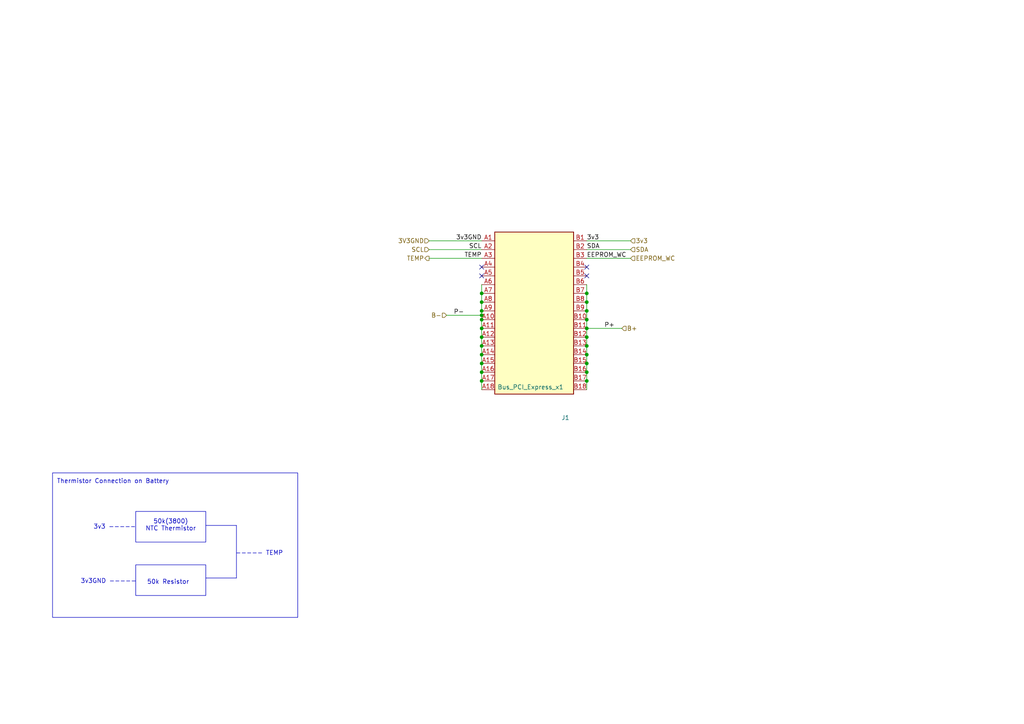
<source format=kicad_sch>
(kicad_sch (version 20250114) (generator "eeschema") (generator_version "9.0")
  (paper "A4")
  (title_block (title "BatMax - Female") (date "2025-03-28") (rev "1.0") (company "Neatstranger"))
  (lib_symbols
    (symbol "Connector:Bus_PCI_Express_x1"
      (property "Reference" "J1" (at 7.874 -34.798 0))
      (property "Value" "Bus_PCI_Express_x1" (at -10.668 -25.908 0))
      (symbol "Bus_PCI_Express_x1_0_1"
        (rectangle (start -11.43 19.05) (end 11.43 -27.94) (stroke (width 0.254)) (fill (type background)))
      )
      (symbol "Bus_PCI_Express_x1_1_1"
        (pin output line (at -15.24 16.51 0) (length 3.81) (name "") (number "A1"))
        (pin output line (at -15.24 13.97 0) (length 3.81) (name "") (number "A2"))
        (pin output line (at -15.24 11.43 0) (length 3.81) (name "") (number "A3"))
        (pin output line (at -15.24 8.89 0) (length 3.81) (name "") (number "A4"))
        (pin output line (at -15.24 6.35 0) (length 3.81) (name "") (number "A5"))
        (pin output line (at -15.24 3.81 0) (length 3.81) (name "") (number "A6"))
        (pin output line (at -15.24 1.27 0) (length 3.81) (name "") (number "A7"))
        (pin output line (at -15.24 -1.27 0) (length 3.81) (name "") (number "A8"))
        (pin output line (at -15.24 -3.81 0) (length 3.81) (name "") (number "A9"))
        (pin output line (at -15.24 -6.35 0) (length 3.81) (name "") (number "A10"))
        (pin output line (at -15.24 -8.89 0) (length 3.81) (name "") (number "A11"))
        (pin output line (at -15.24 -11.43 0) (length 3.81) (name "") (number "A12"))
        (pin output line (at -15.24 -13.97 0) (length 3.81) (name "") (number "A13"))
        (pin output line (at -15.24 -16.51 0) (length 3.81) (name "") (number "A14"))
        (pin output line (at -15.24 -19.05 0) (length 3.81) (name "") (number "A15"))
        (pin output line (at -15.24 -21.59 0) (length 3.81) (name "") (number "A16"))
        (pin output line (at -15.24 -24.13 0) (length 3.81) (name "") (number "A17"))
        (pin output line (at -15.24 -26.67 0) (length 3.81) (name "") (number "A18"))
        (pin output line (at 15.24 16.51 180) (length 3.81) (name "") (number "B1"))
        (pin output line (at 15.24 13.97 180) (length 3.81) (name "") (number "B2"))
        (pin output line (at 15.24 11.43 180) (length 3.81) (name "") (number "B3"))
        (pin output line (at 15.24 8.89 180) (length 3.81) (name "") (number "B4"))
        (pin output line (at 15.24 6.35 180) (length 3.81) (name "") (number "B5"))
        (pin output line (at 15.24 3.81 180) (length 3.81) (name "") (number "B6"))
        (pin output line (at 15.24 1.27 180) (length 3.81) (name "") (number "B7"))
        (pin output line (at 15.24 -1.27 180) (length 3.81) (name "") (number "B8"))
        (pin output line (at 15.24 -3.81 180) (length 3.81) (name "") (number "B9"))
        (pin output line (at 15.24 -6.35 180) (length 3.81) (name "") (number "B10"))
        (pin output line (at 15.24 -8.89 180) (length 3.81) (name "") (number "B11"))
        (pin output line (at 15.24 -11.43 180) (length 3.81) (name "") (number "B12"))
        (pin output line (at 15.24 -13.97 180) (length 3.81) (name "") (number "B13"))
        (pin output line (at 15.24 -16.51 180) (length 3.81) (name "") (number "B14"))
        (pin output line (at 15.24 -19.05 180) (length 3.81) (name "") (number "B15"))
        (pin output line (at 15.24 -21.59 180) (length 3.81) (name "") (number "B16"))
        (pin output line (at 15.24 -24.13 180) (length 3.81) (name "") (number "B17"))
        (pin output line (at 15.24 -26.67 180) (length 3.81) (name "") (number "B18"))
      )
    )
  )
  (rectangle (start 15.24 137.16) (end 86.36 179.07))
  (rectangle (start 39.37 163.83) (end 59.69 172.72))
  (rectangle (start 39.37 148.336) (end 59.69 157.226))
  (text "3v3 -----" (at 33.274 152.908 0) (effects (font (size 1.27 1.27))))
  (text "----- TEMP" (at 75.184 160.528 0) (effects (font (size 1.27 1.27))))
  (text "50k Resistor" (at 48.768 168.91 0) (effects (font (size 1.27 1.27))))
  (text "3v3GND -----" (at 31.496 168.656 0) (effects (font (size 1.27 1.27))))
  (text "50k(3800)\nNTC Thermistor" (at 49.53 152.4 0) (effects (font (size 1.27 1.27))))
  (text "Thermistor Connection on Battery" (at 32.766 139.7 0) (effects (font (size 1.27 1.27))))
  (junction (at 170.18 97.79))
  (junction (at 139.7 85.09))
  (junction (at 139.7 107.95))
  (junction (at 170.18 85.09))
  (junction (at 170.18 107.95))
  (junction (at 139.7 87.63))
  (junction (at 139.7 100.33))
  (junction (at 170.18 110.49))
  (junction (at 170.18 87.63))
  (junction (at 139.7 91.44))
  (junction (at 139.7 97.79))
  (junction (at 139.7 110.49))
  (junction (at 170.18 102.87))
  (junction (at 139.7 90.17))
  (junction (at 139.7 102.87))
  (junction (at 170.18 100.33))
  (junction (at 139.7 105.41))
  (junction (at 139.7 95.25))
  (junction (at 170.18 105.41))
  (junction (at 139.7 92.71))
  (junction (at 170.18 92.71))
  (junction (at 170.18 95.25))
  (junction (at 170.18 90.17))
  (no_connect (at 139.7 80.01))
  (no_connect (at 170.18 80.01))
  (no_connect (at 170.18 77.47))
  (no_connect (at 139.7 77.47))
  (wire (pts (xy 170.18 102.87) (xy 170.18 105.41)))
  (wire (pts (xy 139.7 100.33) (xy 139.7 102.87)))
  (wire (pts (xy 180.34 95.25) (xy 170.18 95.25)))
  (wire (pts (xy 124.46 72.39) (xy 139.7 72.39)))
  (wire (pts (xy 170.18 69.85) (xy 182.88 69.85)))
  (wire (pts (xy 170.18 95.25) (xy 170.18 97.79)))
  (wire (pts (xy 170.18 87.63) (xy 170.18 90.17)))
  (wire (pts (xy 170.18 97.79) (xy 170.18 100.33)))
  (wire (pts (xy 124.46 74.93) (xy 139.7 74.93)))
  (wire (pts (xy 124.46 69.85) (xy 139.7 69.85)))
  (wire (pts (xy 139.7 105.41) (xy 139.7 107.95)))
  (wire (pts (xy 139.7 102.87) (xy 139.7 105.41)))
  (wire (pts (xy 170.18 110.49) (xy 170.18 113.03)))
  (wire (pts (xy 182.88 74.93) (xy 170.18 74.93)))
  (wire (pts (xy 170.18 107.95) (xy 170.18 110.49)))
  (wire (pts (xy 170.18 90.17) (xy 170.18 92.71)))
  (wire (pts (xy 170.18 100.33) (xy 170.18 102.87)))
  (wire (pts (xy 139.7 92.71) (xy 139.7 95.25)))
  (wire (pts (xy 139.7 97.79) (xy 139.7 100.33)))
  (wire (pts (xy 170.18 82.55) (xy 170.18 85.09)))
  (wire (pts (xy 129.54 91.44) (xy 139.7 91.44)))
  (wire (pts (xy 139.7 110.49) (xy 139.7 113.03)))
  (wire (pts (xy 170.18 105.41) (xy 170.18 107.95)))
  (wire (pts (xy 139.7 82.55) (xy 139.7 85.09)))
  (wire (pts (xy 182.88 72.39) (xy 170.18 72.39)))
  (polyline (pts (xy 59.69 167.64) (xy 68.58 167.64)))
  (wire (pts (xy 139.7 85.09) (xy 139.7 87.63)))
  (polyline (pts (xy 68.58 152.4) (xy 68.58 167.64)))
  (wire (pts (xy 170.18 92.71) (xy 170.18 95.25)))
  (wire (pts (xy 139.7 95.25) (xy 139.7 97.79)))
  (wire (pts (xy 139.7 87.63) (xy 139.7 90.17)))
  (wire (pts (xy 139.7 107.95) (xy 139.7 110.49)))
  (wire (pts (xy 170.18 85.09) (xy 170.18 87.63)))
  (wire (pts (xy 139.7 91.44) (xy 139.7 92.71)))
  (wire (pts (xy 139.7 90.17) (xy 139.7 91.44)))
  (polyline (pts (xy 59.69 152.4) (xy 68.58 152.4)))
  (label "P-" (at 134.62 91.44 180))
  (label "3v3" (at 170.18 69.85 0))
  (label "P+" (at 175.26 95.25 0))
  (label "SCL" (at 139.7 72.39 180))
  (label "EEPROM_WC" (at 170.18 74.93 0))
  (label "SDA" (at 170.18 72.39 0))
  (label "TEMP" (at 139.7 74.93 180))
  (label "3v3GND" (at 139.7 69.85 180))
  (hierarchical_label "SDA" (shape input) (at 182.88 72.39 0))
  (hierarchical_label "B-" (shape input) (at 129.54 91.44 180))
  (hierarchical_label "SCL" (shape input) (at 124.46 72.39 180))
  (hierarchical_label "3v3" (shape input) (at 182.88 69.85 0))
  (hierarchical_label "TEMP" (shape output) (at 124.46 74.93 180))
  (hierarchical_label "EEPROM_WC" (shape input) (at 182.88 74.93 0))
  (hierarchical_label "B+" (shape input) (at 180.34 95.25 0))
  (hierarchical_label "3V3GND" (shape input) (at 124.46 69.85 180))
  (symbol (lib_id "Connector:Bus_PCI_Express_x1") (at 154.94 86.36 0) (unit 1)
    (property "Reference" "J1" (at 162.814 121.158 0) (effects (justify left)))
    (property "Value" "Bus_PCI_Express_x1" (at 144.272 112.268 0) (effects (justify left)))
    (property "Footprint" "COMPONENTS:CONN-TH_36P-P1.00-V_3183-XXXXXPXT" (effects (hide yes)))
    (property "Datasheet" "http://www.ritrontek.com/uploadfile/2016/1026/20161026105231124.pdf#page=63" (effects (hide yes)))
    (property "Description" "PCI Express bus connector x1" (effects (hide yes)))
  )
)
</source>
